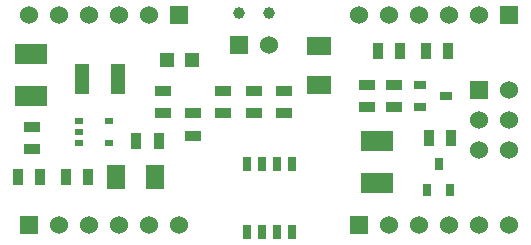
<source format=gts>
G04 (created by PCBNEW (2013-05-31 BZR 4019)-stable) date 16/09/2013 19:50:50*
%MOIN*%
G04 Gerber Fmt 3.4, Leading zero omitted, Abs format*
%FSLAX34Y34*%
G01*
G70*
G90*
G04 APERTURE LIST*
%ADD10C,0.00590551*%
%ADD11R,0.06X0.06*%
%ADD12C,0.06*%
%ADD13R,0.025X0.05*%
%ADD14R,0.11X0.07*%
%ADD15R,0.055X0.035*%
%ADD16R,0.035X0.055*%
%ADD17R,0.03X0.02*%
%ADD18R,0.08X0.06*%
%ADD19R,0.06X0.08*%
%ADD20R,0.0394X0.0315*%
%ADD21R,0.0472X0.0472*%
%ADD22R,0.0315X0.0394*%
%ADD23C,0.0393701*%
%ADD24R,0.05X0.1*%
G04 APERTURE END LIST*
G54D10*
G54D11*
X61600Y-36100D03*
G54D12*
X60600Y-36100D03*
X59600Y-36100D03*
X58600Y-36100D03*
X57600Y-36100D03*
X56600Y-36100D03*
G54D11*
X50600Y-36100D03*
G54D12*
X49600Y-36100D03*
X48600Y-36100D03*
X47600Y-36100D03*
X46600Y-36100D03*
X45600Y-36100D03*
G54D11*
X45600Y-43100D03*
G54D12*
X46600Y-43100D03*
X47600Y-43100D03*
X48600Y-43100D03*
X49600Y-43100D03*
X50600Y-43100D03*
G54D11*
X56600Y-43100D03*
G54D12*
X57600Y-43100D03*
X58600Y-43100D03*
X59600Y-43100D03*
X60600Y-43100D03*
X61600Y-43100D03*
G54D13*
X52850Y-43327D03*
X53350Y-43327D03*
X53850Y-43327D03*
X54350Y-43327D03*
X53850Y-41075D03*
X54350Y-41075D03*
X53350Y-41075D03*
X52850Y-41075D03*
G54D14*
X57200Y-41700D03*
X57200Y-40300D03*
G54D15*
X57750Y-39175D03*
X57750Y-38425D03*
X56850Y-38425D03*
X56850Y-39175D03*
G54D16*
X57225Y-37300D03*
X57975Y-37300D03*
X58825Y-37300D03*
X59575Y-37300D03*
G54D15*
X54100Y-39375D03*
X54100Y-38625D03*
G54D17*
X47250Y-39625D03*
X47250Y-40375D03*
X48250Y-39625D03*
X47250Y-40000D03*
X48250Y-40375D03*
G54D16*
X47575Y-41500D03*
X46825Y-41500D03*
G54D18*
X55250Y-37150D03*
X55250Y-38450D03*
G54D15*
X52050Y-39375D03*
X52050Y-38625D03*
G54D16*
X45975Y-41500D03*
X45225Y-41500D03*
G54D19*
X48500Y-41500D03*
X49800Y-41500D03*
G54D16*
X49175Y-40300D03*
X49925Y-40300D03*
G54D20*
X59483Y-38800D03*
X58617Y-39175D03*
X58617Y-38425D03*
G54D14*
X45650Y-38800D03*
X45650Y-37400D03*
G54D15*
X45700Y-40575D03*
X45700Y-39825D03*
X51050Y-39375D03*
X51050Y-40125D03*
X53100Y-38625D03*
X53100Y-39375D03*
X50050Y-39375D03*
X50050Y-38625D03*
G54D21*
X50187Y-37600D03*
X51013Y-37600D03*
G54D16*
X58925Y-40200D03*
X59675Y-40200D03*
G54D22*
X59250Y-41067D03*
X59625Y-41933D03*
X58875Y-41933D03*
G54D11*
X60600Y-38600D03*
G54D12*
X61600Y-38600D03*
X60600Y-39600D03*
X61600Y-39600D03*
X60600Y-40600D03*
X61600Y-40600D03*
G54D11*
X52600Y-37100D03*
G54D12*
X53600Y-37100D03*
G54D23*
X52600Y-36050D03*
X53600Y-36050D03*
G54D24*
X47350Y-38250D03*
X48550Y-38250D03*
M02*

</source>
